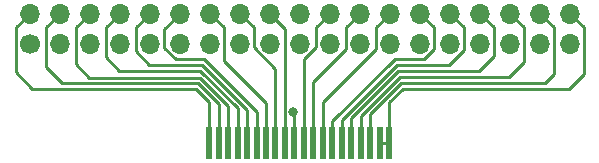
<source format=gbr>
%TF.GenerationSoftware,KiCad,Pcbnew,7.0.9*%
%TF.CreationDate,2023-11-20T12:28:54+01:00*%
%TF.ProjectId,perfboardCard,70657266-626f-4617-9264-436172642e6b,rev?*%
%TF.SameCoordinates,Original*%
%TF.FileFunction,Copper,L2,Bot*%
%TF.FilePolarity,Positive*%
%FSLAX46Y46*%
G04 Gerber Fmt 4.6, Leading zero omitted, Abs format (unit mm)*
G04 Created by KiCad (PCBNEW 7.0.9) date 2023-11-20 12:28:54*
%MOMM*%
%LPD*%
G01*
G04 APERTURE LIST*
%TA.AperFunction,ComponentPad*%
%ADD10O,1.700000X1.700000*%
%TD*%
%TA.AperFunction,ComponentPad*%
%ADD11C,1.700000*%
%TD*%
%TA.AperFunction,SMDPad,CuDef*%
%ADD12R,0.550000X2.800000*%
%TD*%
%TA.AperFunction,ViaPad*%
%ADD13C,0.800000*%
%TD*%
%TA.AperFunction,Conductor*%
%ADD14C,0.250000*%
%TD*%
G04 APERTURE END LIST*
D10*
%TO.P,J2,38,Pin_38*%
%TO.N,GND*%
X127796000Y-94996000D03*
%TO.P,J2,37,Pin_37*%
%TO.N,+5V*%
X127796000Y-97536000D03*
%TO.P,J2,36,Pin_36*%
%TO.N,/IO-CS3*%
X125256000Y-94996000D03*
%TO.P,J2,35,Pin_35*%
%TO.N,/IO-CS1*%
X125256000Y-97536000D03*
%TO.P,J2,34,Pin_34*%
%TO.N,/CS*%
X122716000Y-94996000D03*
%TO.P,J2,33,Pin_33*%
%TO.N,/IO-CS2*%
X122716000Y-97536000D03*
%TO.P,J2,32,Pin_32*%
%TO.N,/A0*%
X120176000Y-94996000D03*
%TO.P,J2,31,Pin_31*%
%TO.N,/WAIT*%
X120176000Y-97536000D03*
%TO.P,J2,30,Pin_30*%
%TO.N,/A1*%
X117636000Y-94996000D03*
%TO.P,J2,29,Pin_29*%
%TO.N,/NMI*%
X117636000Y-97536000D03*
%TO.P,J2,28,Pin_28*%
%TO.N,/A2*%
X115096000Y-94996000D03*
%TO.P,J2,27,Pin_27*%
%TO.N,/INT*%
X115096000Y-97536000D03*
%TO.P,J2,26,Pin_26*%
%TO.N,/A3*%
X112556000Y-94996000D03*
%TO.P,J2,25,Pin_25*%
%TO.N,/WR*%
X112556000Y-97536000D03*
%TO.P,J2,24,Pin_24*%
%TO.N,/A4*%
X110016000Y-94996000D03*
%TO.P,J2,23,Pin_23*%
%TO.N,/RD*%
X110016000Y-97536000D03*
%TO.P,J2,22,Pin_22*%
%TO.N,/A5*%
X107476000Y-94996000D03*
%TO.P,J2,21,Pin_21*%
%TO.N,/MREQ*%
X107476000Y-97536000D03*
%TO.P,J2,20,Pin_20*%
%TO.N,/A6*%
X104936000Y-94996000D03*
%TO.P,J2,19,Pin_19*%
%TO.N,/IORQ*%
X104936000Y-97536000D03*
%TO.P,J2,18,Pin_18*%
%TO.N,/A7*%
X102396000Y-94996000D03*
%TO.P,J2,17,Pin_17*%
%TO.N,/RST*%
X102396000Y-97536000D03*
%TO.P,J2,16,Pin_16*%
%TO.N,/A8*%
X99856000Y-94996000D03*
%TO.P,J2,15,Pin_15*%
%TO.N,/D0*%
X99856000Y-97536000D03*
%TO.P,J2,14,Pin_14*%
%TO.N,/A9*%
X97316000Y-94996000D03*
%TO.P,J2,13,Pin_13*%
%TO.N,/D1*%
X97316000Y-97536000D03*
%TO.P,J2,12,Pin_12*%
%TO.N,/A10*%
X94776000Y-94996000D03*
%TO.P,J2,11,Pin_11*%
%TO.N,/D2*%
X94776000Y-97536000D03*
%TO.P,J2,10,Pin_10*%
%TO.N,/A11*%
X92236000Y-94996000D03*
%TO.P,J2,9,Pin_9*%
%TO.N,/D3*%
X92236000Y-97536000D03*
%TO.P,J2,8,Pin_8*%
%TO.N,/A12*%
X89696000Y-94996000D03*
%TO.P,J2,7,Pin_7*%
%TO.N,/D4*%
X89696000Y-97536000D03*
%TO.P,J2,6,Pin_6*%
%TO.N,/A13*%
X87156000Y-94996000D03*
%TO.P,J2,5,Pin_5*%
%TO.N,/D5*%
X87156000Y-97536000D03*
%TO.P,J2,4,Pin_4*%
%TO.N,/A14*%
X84616000Y-94996000D03*
%TO.P,J2,3,Pin_3*%
%TO.N,/D6*%
X84616000Y-97536000D03*
%TO.P,J2,2,Pin_2*%
%TO.N,/A15*%
X82076000Y-94996000D03*
D11*
%TO.P,J2,1,Pin_1*%
%TO.N,/D7*%
X82076000Y-97536000D03*
%TD*%
D12*
%TO.P,J1,21,Pin_21*%
%TO.N,/A15*%
X97292000Y-105918000D03*
%TO.P,J1,22,Pin_22*%
%TO.N,/A14*%
X98092000Y-105918000D03*
%TO.P,J1,23,Pin_23*%
%TO.N,/A13*%
X98892000Y-105918000D03*
%TO.P,J1,24,Pin_24*%
%TO.N,/A12*%
X99692000Y-105918000D03*
%TO.P,J1,25,Pin_25*%
%TO.N,/A11*%
X100492000Y-105918000D03*
%TO.P,J1,26,Pin_26*%
%TO.N,/A10*%
X101292000Y-105918000D03*
%TO.P,J1,27,Pin_27*%
%TO.N,/A9*%
X102092000Y-105918000D03*
%TO.P,J1,28,Pin_28*%
%TO.N,/A8*%
X102892000Y-105918000D03*
%TO.P,J1,29,Pin_29*%
%TO.N,/A7*%
X103692000Y-105918000D03*
%TO.P,J1,30,Pin_30*%
%TO.N,/A6*%
X104492000Y-105918000D03*
%TO.P,J1,31,Pin_31*%
%TO.N,/A5*%
X105307000Y-105918000D03*
%TO.P,J1,32,Pin_32*%
%TO.N,/A4*%
X106107000Y-105918000D03*
%TO.P,J1,33,Pin_33*%
%TO.N,/A3*%
X106907000Y-105918000D03*
%TO.P,J1,34,Pin_34*%
%TO.N,/A2*%
X107707000Y-105918000D03*
%TO.P,J1,35,Pin_35*%
%TO.N,/A1*%
X108507000Y-105918000D03*
%TO.P,J1,36,Pin_36*%
%TO.N,/A0*%
X109307000Y-105918000D03*
%TO.P,J1,37,Pin_37*%
%TO.N,/CS*%
X110107000Y-105918000D03*
%TO.P,J1,38,Pin_38*%
%TO.N,/IO-CS3*%
X110907000Y-105918000D03*
%TO.P,J1,39,Pin_39*%
%TO.N,GND*%
X111707000Y-105918000D03*
%TO.P,J1,40,Pin_40*%
X112507000Y-105918000D03*
%TD*%
D13*
%TO.N,/A6*%
X104416081Y-103347320D03*
%TD*%
D14*
%TO.N,/A6*%
X104492000Y-103423239D02*
X104416081Y-103347320D01*
X104492000Y-105918000D02*
X104492000Y-103423239D01*
%TO.N,/A7*%
X103692000Y-105918000D02*
X103692000Y-96292000D01*
X103692000Y-96292000D02*
X102396000Y-94996000D01*
%TO.N,/A5*%
X105307000Y-105918000D02*
X105307000Y-98826701D01*
X105307000Y-98826701D02*
X106301000Y-97832701D01*
X106301000Y-97832701D02*
X106301000Y-96171000D01*
X106301000Y-96171000D02*
X107476000Y-94996000D01*
%TO.N,/A4*%
X106107000Y-105918000D02*
X106107000Y-100756701D01*
X106107000Y-100756701D02*
X108841000Y-98022701D01*
X108841000Y-98022701D02*
X108841000Y-96171000D01*
X108841000Y-96171000D02*
X110016000Y-94996000D01*
%TO.N,/A8*%
X102892000Y-105918000D02*
X102892000Y-99693701D01*
X102892000Y-99693701D02*
X101031000Y-97832701D01*
X101031000Y-96171000D02*
X99856000Y-94996000D01*
X101031000Y-97832701D02*
X101031000Y-96171000D01*
%TO.N,/A9*%
X102092000Y-105918000D02*
X102092000Y-102600000D01*
X102092000Y-102600000D02*
X98491000Y-98999000D01*
X98491000Y-98999000D02*
X98491000Y-96171000D01*
X98491000Y-96171000D02*
X97316000Y-94996000D01*
%TO.N,/A10*%
X101292000Y-105918000D02*
X101292000Y-103324243D01*
X101292000Y-103324243D02*
X96831757Y-98864000D01*
X96831757Y-98864000D02*
X94442299Y-98864000D01*
X93472000Y-97893701D02*
X93472000Y-96300000D01*
X94442299Y-98864000D02*
X93472000Y-97893701D01*
X93472000Y-96300000D02*
X94776000Y-94996000D01*
%TO.N,/A11*%
X96645361Y-99314000D02*
X92202000Y-99314000D01*
X91061000Y-96171000D02*
X92236000Y-94996000D01*
X100492000Y-103160639D02*
X96645361Y-99314000D01*
X100492000Y-105918000D02*
X100492000Y-103160639D01*
X92202000Y-99314000D02*
X91061000Y-98173000D01*
X91061000Y-98173000D02*
X91061000Y-96171000D01*
%TO.N,/A12*%
X96516965Y-99822000D02*
X89662000Y-99822000D01*
X99692000Y-102997035D02*
X96516965Y-99822000D01*
X99692000Y-105918000D02*
X99692000Y-102997035D01*
X88521000Y-96171000D02*
X89696000Y-94996000D01*
X89662000Y-99822000D02*
X88521000Y-98681000D01*
X88521000Y-98681000D02*
X88521000Y-96171000D01*
%TO.N,/A13*%
X96504569Y-100446000D02*
X87122000Y-100446000D01*
X98892000Y-102833431D02*
X96504569Y-100446000D01*
X98892000Y-105918000D02*
X98892000Y-102833431D01*
X87122000Y-100446000D02*
X85981000Y-99305000D01*
X85981000Y-99305000D02*
X85981000Y-96171000D01*
X85981000Y-96171000D02*
X87156000Y-94996000D01*
%TO.N,/A14*%
X96318173Y-100896000D02*
X84778000Y-100896000D01*
X98092000Y-102669827D02*
X96318173Y-100896000D01*
X98092000Y-105918000D02*
X98092000Y-102669827D01*
X84778000Y-100896000D02*
X83441000Y-99559000D01*
X83441000Y-99559000D02*
X83441000Y-96171000D01*
X83441000Y-96171000D02*
X84616000Y-94996000D01*
%TO.N,/A15*%
X96131777Y-101346000D02*
X82296000Y-101346000D01*
X97292000Y-102506223D02*
X96131777Y-101346000D01*
X97292000Y-105918000D02*
X97292000Y-102506223D01*
X82296000Y-101346000D02*
X80901000Y-99951000D01*
X80901000Y-99951000D02*
X80901000Y-96171000D01*
X80901000Y-96171000D02*
X82076000Y-94996000D01*
%TO.N,/A3*%
X106907000Y-105918000D02*
X106907000Y-102496701D01*
X106907000Y-102496701D02*
X111381000Y-98022701D01*
X111381000Y-98022701D02*
X111381000Y-96171000D01*
X111381000Y-96171000D02*
X112556000Y-94996000D01*
%TO.N,/A2*%
X107707000Y-105918000D02*
X107707000Y-104129243D01*
X107707000Y-104129243D02*
X113030243Y-98806000D01*
X113030243Y-98806000D02*
X115487701Y-98806000D01*
X115487701Y-98806000D02*
X116271000Y-98022701D01*
X116271000Y-98022701D02*
X116271000Y-96171000D01*
X116271000Y-96171000D02*
X115096000Y-94996000D01*
%TO.N,/A1*%
X113158639Y-99314000D02*
X117602000Y-99314000D01*
X117602000Y-99314000D02*
X118811000Y-98105000D01*
X108507000Y-103965639D02*
X113158639Y-99314000D01*
X108507000Y-105918000D02*
X108507000Y-103965639D01*
X118811000Y-98105000D02*
X118811000Y-96171000D01*
X118811000Y-96171000D02*
X117636000Y-94996000D01*
%TO.N,/A0*%
X113287035Y-99822000D02*
X120142000Y-99822000D01*
X109307000Y-103802035D02*
X113287035Y-99822000D01*
X109307000Y-105918000D02*
X109307000Y-103802035D01*
X120142000Y-99822000D02*
X121351000Y-98613000D01*
X121351000Y-98613000D02*
X121351000Y-96171000D01*
X121351000Y-96171000D02*
X120176000Y-94996000D01*
%TO.N,/CS*%
X113415431Y-100330000D02*
X122682000Y-100330000D01*
X110107000Y-103638431D02*
X113415431Y-100330000D01*
X110107000Y-105918000D02*
X110107000Y-103638431D01*
X122682000Y-100330000D02*
X123891000Y-99121000D01*
X123891000Y-99121000D02*
X123891000Y-96171000D01*
X123891000Y-96171000D02*
X122716000Y-94996000D01*
%TO.N,/IO-CS3*%
X113543827Y-100838000D02*
X125730000Y-100838000D01*
X125256000Y-94996000D02*
X126431000Y-96171000D01*
X126431000Y-96171000D02*
X126431000Y-100137000D01*
X126431000Y-100137000D02*
X125730000Y-100838000D01*
X110907000Y-103474827D02*
X113543827Y-100838000D01*
X110907000Y-105918000D02*
X110907000Y-103474827D01*
%TO.N,GND*%
X113672223Y-101346000D02*
X127762000Y-101346000D01*
X112507000Y-102511223D02*
X113672223Y-101346000D01*
X127762000Y-101346000D02*
X128971000Y-100137000D01*
X112507000Y-105918000D02*
X112507000Y-102511223D01*
X128971000Y-100137000D02*
X128971000Y-96171000D01*
X128971000Y-96171000D02*
X127796000Y-94996000D01*
X112507000Y-105918000D02*
X111707000Y-105918000D01*
%TD*%
M02*

</source>
